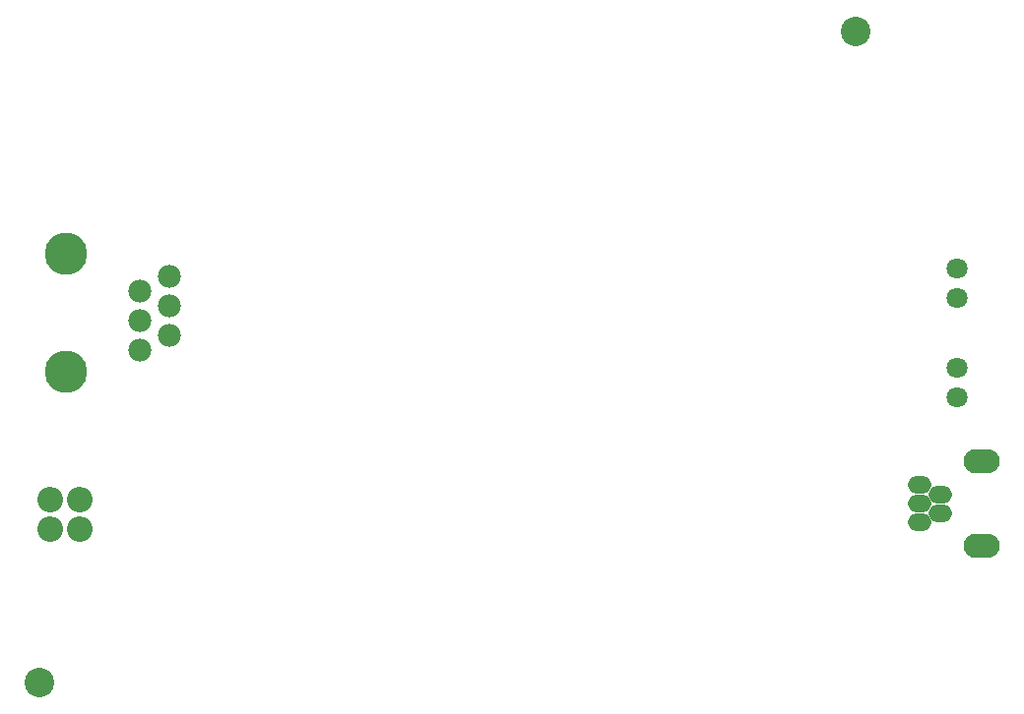
<source format=gbr>
G04 #@! TF.FileFunction,Soldermask,Bot*
%FSLAX46Y46*%
G04 Gerber Fmt 4.6, Leading zero omitted, Abs format (unit mm)*
G04 Created by KiCad (PCBNEW no-vcs-found-product) date Thu Sep 29 09:32:32 2016*
%MOMM*%
%LPD*%
G01*
G04 APERTURE LIST*
%ADD10C,0.100000*%
%ADD11C,3.650000*%
%ADD12C,1.990000*%
%ADD13O,3.100000X2.100000*%
%ADD14O,2.050000X1.500000*%
%ADD15C,1.800000*%
%ADD16O,2.200000X2.200000*%
%ADD17C,2.540000*%
G04 APERTURE END LIST*
D10*
D11*
X110470000Y-85060000D03*
D12*
X119360000Y-86970000D03*
X116820000Y-88240000D03*
X119360000Y-89510000D03*
X116820000Y-90780000D03*
X119360000Y-92050000D03*
X116820000Y-93320000D03*
D11*
X110470000Y-95220000D03*
D13*
X189250000Y-102904000D03*
D14*
X183925000Y-104954000D03*
X183925000Y-106554000D03*
X185675000Y-105754000D03*
X185675000Y-107354000D03*
X183925000Y-108154000D03*
D13*
X189250000Y-110204000D03*
D15*
X187100000Y-86328000D03*
X187100000Y-88868000D03*
X187100000Y-94881000D03*
X187100000Y-97421000D03*
D16*
X109100000Y-108760000D03*
X109100000Y-106220000D03*
X111640000Y-108760000D03*
X111640000Y-106220000D03*
D17*
X178380000Y-65910000D03*
X108180000Y-121920000D03*
M02*

</source>
